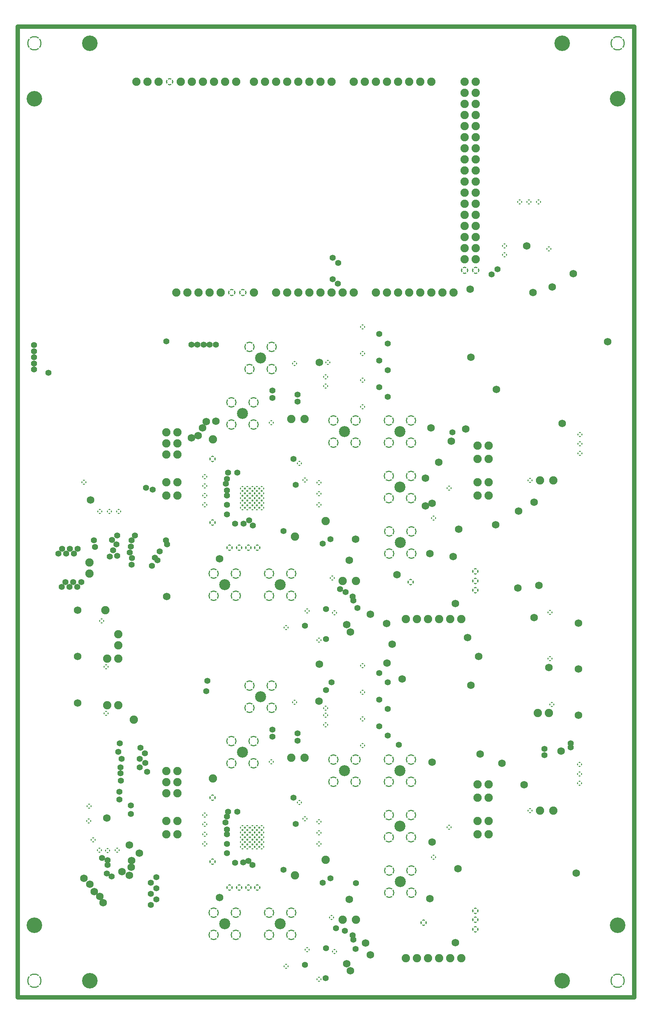
<source format=gbr>
%FSTAX23Y23*%
%MOIN*%
%SFA1B1*%

%IPPOS*%
%AMD67*
1,1,0.130000,0.000000,0.000000*
1,0,0.110000,0.000000,0.000000*
4,0,4,0.042400,0.049500,-0.049500,-0.042400,-0.042400,-0.049500,0.049500,0.042400,0.042400,0.049500,0.0*
4,0,4,-0.042400,0.049500,0.049500,-0.042400,0.042400,-0.049500,-0.049500,0.042400,-0.042400,0.049500,0.0*
%
%AMD68*
1,1,0.065433,0.000000,0.000000*
1,0,0.045433,0.000000,0.000000*
4,0,4,0.019600,0.026700,-0.026700,-0.019600,-0.019600,-0.026700,0.026700,0.019600,0.019600,0.026700,0.0*
4,0,4,-0.019600,0.026700,0.026700,-0.019600,0.019600,-0.026700,-0.026700,0.019600,-0.019600,0.026700,0.0*
%
%AMD69*
1,1,0.092992,0.000000,0.000000*
1,0,0.072992,0.000000,0.000000*
4,0,4,0.029300,0.036300,-0.036300,-0.029300,-0.029300,-0.036300,0.036300,0.029300,0.029300,0.036300,0.0*
4,0,4,-0.029300,0.036300,0.036300,-0.029300,0.029300,-0.036300,-0.036300,0.029300,-0.029300,0.036300,0.0*
%
%AMD71*
1,1,0.045000,0.000000,0.000000*
1,0,0.025000,0.000000,0.000000*
4,0,4,0.012400,0.019400,-0.019400,-0.012400,-0.012400,-0.019400,0.019400,0.012400,0.012400,0.019400,0.0*
4,0,4,-0.012400,0.019400,0.019400,-0.012400,0.012400,-0.019400,-0.019400,0.012400,-0.012400,0.019400,0.0*
%
%AMD74*
1,1,0.058000,0.000000,0.000000*
1,0,0.038000,0.000000,0.000000*
4,0,4,0.017000,0.024000,-0.024000,-0.017000,-0.017000,-0.024000,0.024000,0.017000,0.017000,0.024000,0.0*
4,0,4,-0.017000,0.024000,0.024000,-0.017000,0.017000,-0.024000,-0.024000,0.017000,-0.017000,0.024000,0.0*
%
%ADD64C,0.040000*%
%ADD65C,0.140000*%
%ADD66C,0.075433*%
G04~CAMADD=67~12~0.0~0.0~0.0~0.0~0.0~0.0~0~1300.0~1100.0~0.0~45.0~4~100.0~0.0~0.0~0.0~0~0.0~0.0~0.0~0.0~1300.0~1300.0*
%ADD67D67*%
G04~CAMADD=68~12~0.0~0.0~0.0~0.0~0.0~0.0~0~654.3~454.3~0.0~45.0~4~100.0~0.0~0.0~0.0~0~0.0~0.0~0.0~0.0~654.3~654.3*
%ADD68D68*%
G04~CAMADD=69~12~0.0~0.0~0.0~0.0~0.0~0.0~0~929.9~729.9~0.0~45.0~4~100.0~0.0~0.0~0.0~0~0.0~0.0~0.0~0.0~929.9~929.9*
%ADD69D69*%
%ADD70C,0.099055*%
G04~CAMADD=71~12~0.0~0.0~0.0~0.0~0.0~0.0~0~450.0~250.0~0.0~45.0~4~100.0~0.0~0.0~0.0~0~0.0~0.0~0.0~0.0~450.0~450.0*
%ADD71D71*%
%ADD72C,0.055000*%
%ADD73C,0.068000*%
G04~CAMADD=74~12~0.0~0.0~0.0~0.0~0.0~0.0~0~580.0~380.0~0.0~45.0~4~100.0~0.0~0.0~0.0~0~0.0~0.0~0.0~0.0~580.0~580.0*
%ADD74D74*%
%LNcfd_2channel_copper_plane_1-1*%
%LPD*%
G54D64*
X0Y0D02*
Y0875D01*
X0556*
Y0D02*
Y0875D01*
X0Y0D02*
X0556D01*
G54D65*
X0491Y0015D03*
X0541Y0065D03*
Y081D03*
X0491Y086D03*
X0065Y0015D03*
X0015Y0065D03*
Y081D03*
X0065Y086D03*
G54D66*
X0471Y0466D03*
X02465Y05215D03*
Y0216D03*
X0471Y01685D03*
X0293Y03755D03*
Y007D03*
X00645Y0392D03*
X0483Y0466D03*
X0144Y04895D03*
X0134D03*
X0144Y04995D03*
X0134D03*
X0144Y05095D03*
X0134D03*
X0144Y0184D03*
X0134D03*
X0144Y0194D03*
X0134D03*
X0144Y0204D03*
X0134D03*
X02585Y0216D03*
X0305Y007D03*
X0176Y01975D03*
X04Y00355D03*
X039D03*
X038D03*
X037D03*
X036D03*
X035D03*
X025Y011D03*
X02775Y0124D03*
X0144Y0159D03*
X0134D03*
Y0147D03*
X0144D03*
X04145Y0192D03*
X04245D03*
Y018D03*
X04145D03*
Y0159D03*
X04245D03*
Y0147D03*
X04145D03*
X02775Y04295D03*
X0176Y0503D03*
X04245Y04645D03*
X04145D03*
Y04525D03*
X04245D03*
Y04975D03*
X04145D03*
Y04855D03*
X04245D03*
X0134Y04645D03*
X0144D03*
Y04525D03*
X0134D03*
X025Y04155D03*
X04Y0341D03*
X039D03*
X038D03*
X037D03*
X036D03*
X035D03*
X0305Y03755D03*
X02585Y05215D03*
X0469Y02565D03*
X0479D03*
X00805Y02635D03*
X00905D03*
X00645Y0382D03*
X00905Y03055D03*
X00805D03*
X00905Y03275D03*
Y03175D03*
X0483Y01685D03*
X0243Y06355D03*
X0263D03*
X0253D03*
X0283D03*
X0273D03*
X0303D03*
X0293D03*
X0233D03*
X0413Y06655D03*
X0403D03*
X0413Y06955D03*
Y06855D03*
Y06755D03*
Y07055D03*
X0403Y06955D03*
Y06855D03*
Y06755D03*
Y07055D03*
X0413Y07455D03*
Y07355D03*
X0403D03*
X0413Y07255D03*
X0403D03*
X0413Y07155D03*
X0403D03*
Y07455D03*
X0413Y07755D03*
Y07655D03*
Y07555D03*
Y07855D03*
X0403Y07755D03*
Y07655D03*
Y07555D03*
Y07855D03*
X0313Y08255D03*
X0333D03*
X0323D03*
X0353D03*
X0343D03*
X0373D03*
X0363D03*
X0303D03*
X0223D03*
X0243D03*
X0233D03*
X0263D03*
X0253D03*
X0283D03*
X0273D03*
X0157D03*
X0147D03*
X0177D03*
X0167D03*
X0117D03*
X0107D03*
X0127D03*
X0197D03*
X0187D03*
X0213D03*
X0413D03*
Y08155D03*
X0403D03*
X0413Y08055D03*
X0403D03*
X0413Y07955D03*
X0403D03*
Y08255D03*
X0333Y06355D03*
X0353D03*
X0343D03*
X0373D03*
X0363D03*
X0393D03*
X0383D03*
X0323D03*
X0153D03*
X0173D03*
X0163D03*
X0183D03*
X0213D03*
X0143D03*
X01045Y02505D03*
X0079Y0349D03*
G54D67*
X0015Y086D03*
Y0015D03*
X0541Y086D03*
Y0015D03*
G54D68*
X0413Y06555D03*
X0403D03*
X0203Y06355D03*
X0193D03*
X0137Y08255D03*
G54D69*
X03545Y052D03*
X03345D03*
X03545Y05D03*
X03345Y047D03*
Y05D03*
X03545Y045D03*
Y047D03*
X0355Y042D03*
X0335D03*
X03345Y045D03*
X0355Y04D03*
X0335D03*
X02845Y052D03*
X0229Y05665D03*
Y05865D03*
X03045Y052D03*
Y05D03*
X02845D03*
X02125Y05165D03*
Y05365D03*
X02465Y0362D03*
Y0382D03*
X02265Y0362D03*
Y0382D03*
X03545Y01645D03*
Y01945D03*
X0355Y01145D03*
Y00945D03*
X03545Y02145D03*
X03345Y01645D03*
Y01945D03*
X03545Y01445D03*
X0335Y01145D03*
X03345Y01445D03*
Y02145D03*
X0335Y00945D03*
X02845Y02145D03*
X0229Y0261D03*
Y0281D03*
X03045Y02145D03*
Y01945D03*
X02845D03*
X02125Y0211D03*
Y0231D03*
X02465Y00565D03*
Y00765D03*
X02265Y00565D03*
Y00765D03*
X0209Y05865D03*
Y05665D03*
X01925Y05165D03*
Y05365D03*
X0209Y0281D03*
Y0261D03*
X01965Y0382D03*
Y0362D03*
X01925Y0211D03*
Y0231D03*
X01765Y0362D03*
Y0382D03*
X01965Y00765D03*
Y00565D03*
X01765D03*
Y00765D03*
G54D70*
X02365Y00665D03*
X02025Y0221D03*
X01865Y00665D03*
X02945Y02045D03*
X0219Y0271D03*
X03445Y02045D03*
X0345Y01045D03*
X03445Y01545D03*
X0345Y041D03*
X03445Y046D03*
X0219Y05765D03*
X03445Y051D03*
X01865Y0372D03*
X02945Y051D03*
X02365Y0372D03*
X02025Y05265D03*
G54D71*
X02028Y01531D03*
X02071D03*
X02115D03*
X02158D03*
X02201D03*
X02028Y01488D03*
X02071D03*
X02115D03*
X02158D03*
X02201D03*
X02028Y01445D03*
X02071D03*
X02115D03*
X02158D03*
X02201D03*
X02028Y01401D03*
X02071D03*
X02115D03*
X02158D03*
X02201D03*
X02028Y01358D03*
X02071D03*
X02115D03*
X02158D03*
X02201D03*
X02028Y04586D03*
X02071D03*
X02115D03*
X02158D03*
X02201D03*
X02028Y04543D03*
X02071D03*
X02115D03*
X02158D03*
X02201D03*
X02028Y045D03*
X02071D03*
X02115D03*
X02158D03*
X02201D03*
X02028Y04456D03*
X02071D03*
X02115D03*
X02158D03*
X02201D03*
X02028Y04413D03*
X02071D03*
X02115D03*
X02158D03*
X02201D03*
X03749Y01264D03*
X05065Y021D03*
X0507Y0499D03*
Y05075D03*
Y04905D03*
X0479Y06747D03*
X0439Y06773D03*
X04525Y0717D03*
X0461D03*
X04695D03*
X0439Y06695D03*
X05065Y0193D03*
Y02015D03*
X0081Y01325D03*
X00642Y01725D03*
X0064Y0159D03*
X0068Y0142D03*
X00738Y01327D03*
X00898D03*
X02777Y02458D03*
X02777Y02542D03*
X02778Y0551D03*
X02775Y05595D03*
X0091Y0438D03*
X00825D03*
X0074D03*
X01685Y01385D03*
Y0147D03*
Y01642D03*
Y0156D03*
Y04695D03*
Y0461D03*
Y0444D03*
Y04525D03*
X02777Y02606D03*
X00595Y04645D03*
X02855Y00412D03*
X00795Y0256D03*
X0283Y0072D03*
X02835Y0378D03*
X02855Y03467D03*
X02495Y0266D03*
X02715Y0322D03*
X0462Y0466D03*
X04818Y0264D03*
X048Y03055D03*
X0242Y03335D03*
X00757Y03395D03*
X00795Y0298D03*
X02715Y00165D03*
X0311Y0299D03*
X0254Y01758D03*
X0389Y01535D03*
X0259Y0161D03*
X02285Y02125D03*
X0311Y0251D03*
Y0227D03*
X0261Y0043D03*
X0242Y0028D03*
X0311Y0275D03*
X02715Y01585D03*
Y01485D03*
Y01385D03*
X0259Y04665D03*
X0261Y03485D03*
X02495Y05715D03*
X02795Y05725D03*
X02715Y0444D03*
Y0454D03*
Y0464D03*
X0254Y04813D03*
X02285Y0518D03*
X0462Y01685D03*
X048Y0347D03*
X0311Y05805D03*
Y05565D03*
Y05325D03*
Y06045D03*
X03749Y04319D03*
X0389Y0459D03*
G54D72*
X01335Y0412D03*
X0305Y0103D03*
X03436Y02278D03*
X0326Y02925D03*
X03335Y0284D03*
X04985Y0229D03*
X04273Y06516D03*
X0284Y06475D03*
X02841Y06666D03*
X02885Y06435D03*
X0289Y0662D03*
X02523Y05435D03*
X04325Y06565D03*
X0081Y01237D03*
X0076Y01257D03*
X01875Y0463D03*
X01886Y04675D03*
X0173Y05882D03*
X01675D03*
X0162D03*
X01565D03*
X01785D03*
X0134Y05915D03*
X00145Y0566D03*
X00275Y0563D03*
X00145Y0588D03*
Y05825D03*
Y0577D03*
Y05715D03*
X0198Y0473D03*
X01895D03*
X03063Y0351D03*
X02907Y0368D03*
X0278Y0277D03*
X0212Y04255D03*
X00845Y0109D03*
X02034Y01217D03*
X0125Y01085D03*
X02115Y01195D03*
X0208Y0123D03*
X00802Y01117D03*
X012Y00835D03*
X0081Y01195D03*
X01886Y01631D03*
X01885Y01515D03*
Y0457D03*
X02085Y043D03*
X01874Y01576D03*
X004Y04045D03*
X0054D03*
X00365Y04D03*
X00505D03*
X0047Y04045D03*
X00435Y04D03*
X00465Y037D03*
X00573Y03742D03*
X005Y03745D03*
X00535Y037D03*
X0043Y03745D03*
X00395Y037D03*
X00925Y02075D03*
Y0202D03*
X0093Y01955D03*
X00935Y0215D03*
X00905Y02215D03*
X0092Y0229D03*
X01165Y02035D03*
X011Y02075D03*
X0115Y02115D03*
X011Y0215D03*
X01145Y022D03*
X01105Y0225D03*
X0171Y02855D03*
X017Y0276D03*
X0283Y0284D03*
X0086Y0403D03*
X0083Y03975D03*
X00895Y0398D03*
X0089Y04085D03*
X0085Y04125D03*
X00895Y04165D03*
X00685Y0412D03*
X00695Y0406D03*
X01025Y039D03*
X0103Y0396D03*
X0101Y0401D03*
X0102Y04065D03*
X01025Y0412D03*
X01055Y04165D03*
X04985Y02255D03*
X0475Y02185D03*
Y0224D03*
X01157Y04593D03*
X01216Y04576D03*
X03028Y00521D03*
X03046Y00438D03*
X0302Y0056D03*
X0102Y0173D03*
Y01655D03*
X00915Y01855D03*
Y01785D03*
X0287Y00625D03*
X03028Y03576D03*
X02957Y03655D03*
X0302Y03615D03*
X0278Y0323D03*
Y035D03*
X02775Y00175D03*
X0278Y00445D03*
X01345Y04082D03*
X0126Y0394D03*
X0121Y0389D03*
X01235Y03964D03*
X0128Y04019D03*
X0125Y00985D03*
X012Y01035D03*
X0125Y00885D03*
X012Y00935D03*
X0259Y00295D03*
X02487Y018D03*
X02506Y01565D03*
X02523Y0238D03*
X02295Y02415D03*
X02523Y02315D03*
X02295Y0235D03*
X0295Y006D03*
X0275Y01035D03*
X0282Y01075D03*
X03335Y026D03*
Y0236D03*
X01885Y013D03*
Y01385D03*
X01895Y01675D03*
X0198D03*
X02395Y0115D03*
X02487Y04855D03*
X02295Y0547D03*
X02523Y0537D03*
X02295Y05405D03*
X0275Y0409D03*
X01885Y0147D03*
X0326Y02685D03*
Y02445D03*
X0196Y01215D03*
X02395Y04205D03*
X02035Y0427D03*
X01885Y04355D03*
Y0444D03*
X03335Y05415D03*
Y05655D03*
Y05895D03*
X0392Y05095D03*
X0282Y0413D03*
X02506Y0462D03*
X0259Y0335D03*
X0326Y0574D03*
Y055D03*
Y0598D03*
X01885Y04525D03*
X0196Y0427D03*
G54D73*
X03925Y03975D03*
X0342Y0381D03*
X0318Y03453D03*
X0431Y0426D03*
X04645Y06355D03*
X04315Y0548D03*
X04085Y02815D03*
X03465Y0287D03*
X0272Y03005D03*
X0532Y0591D03*
X0482Y06405D03*
X05035Y0112D03*
X0501Y06525D03*
X05055Y03375D03*
X04085Y0577D03*
X0408Y06385D03*
X03675Y0468D03*
X03045Y0413D03*
X03675Y0443D03*
X03795Y04825D03*
X0391Y05015D03*
X0404Y05125D03*
X0459Y06775D03*
X0491Y05175D03*
X01025Y01232D03*
X0182Y009D03*
X017Y0519D03*
X01785Y05195D03*
X01665Y05135D03*
X01627Y05065D03*
X04515Y04385D03*
X04655Y04465D03*
X047Y03715D03*
X04655Y03425D03*
X03375Y03185D03*
X03325Y0337D03*
X02715Y0267D03*
X049Y0222D03*
X01005Y01375D03*
X01565Y05045D03*
X0077Y00855D03*
X0074Y0091D03*
X00595Y01075D03*
X0065Y0102D03*
X0069Y00955D03*
X01005Y011D03*
X01022Y01172D03*
X0094Y01135D03*
X01095Y013D03*
X0054Y0349D03*
X0451Y0369D03*
X03715Y0089D03*
X0318Y00385D03*
X03715Y04D03*
X03735Y0212D03*
X0479Y02975D03*
X0417Y02195D03*
X04567Y01917D03*
X04365Y0211D03*
X04055Y03245D03*
X04155Y03075D03*
X03975Y0422D03*
X0397Y0116D03*
X0333Y03015D03*
X02965Y0336D03*
X01344Y03612D03*
X00803Y01616D03*
X0054Y02655D03*
Y03075D03*
X00655Y04485D03*
X05055Y02545D03*
Y0296D03*
X03945Y00495D03*
X0299Y00885D03*
X03135Y0049D03*
X02965Y00305D03*
X03Y0024D03*
Y03295D03*
X0299Y0394D03*
X03945Y0355D03*
X03735Y014D03*
X0182Y03955D03*
X0272Y05725D03*
X03735Y04455D03*
X03725Y05135D03*
G54D74*
X04125Y0367D03*
Y03755D03*
Y0384D03*
Y00615D03*
Y007D03*
Y0078D03*
X0216Y0099D03*
X0208D03*
X01995D03*
X0191D03*
X0216Y04055D03*
X0208D03*
X01995D03*
X0191D03*
X01755Y04855D03*
X0366Y00675D03*
X03542Y03742D03*
X01755Y01225D03*
Y018D03*
Y0428D03*
M02*
</source>
